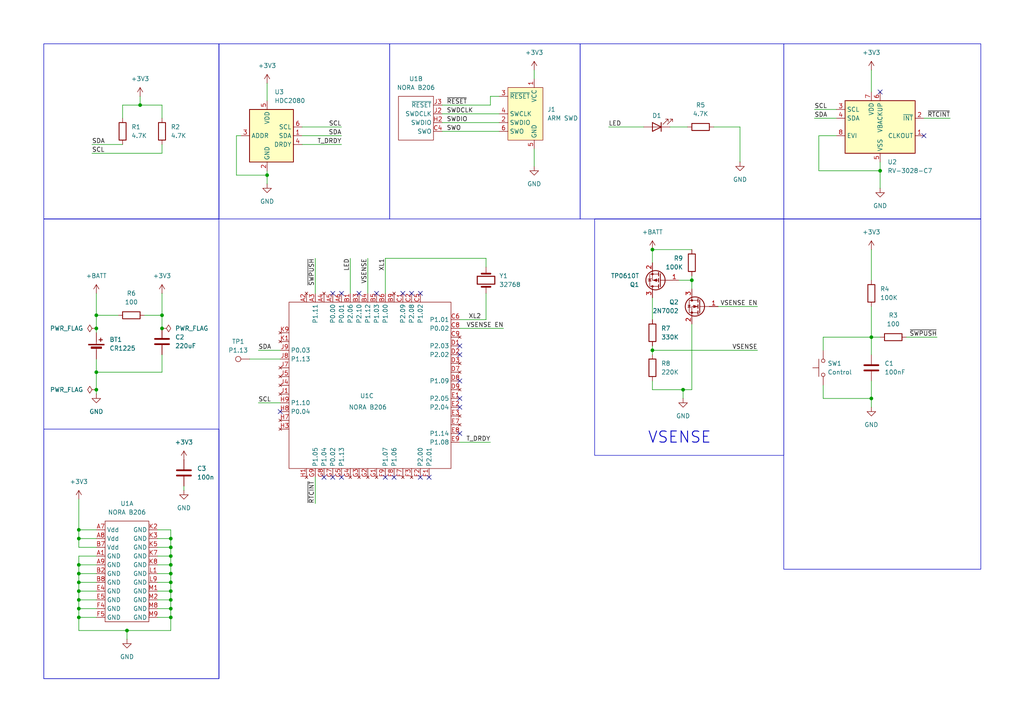
<source format=kicad_sch>
(kicad_sch (version 20250114) (generator "eeschema") (generator_version "9.0")
  (paper "A4")
  (lib_symbols
    (symbol "Connector:Conn_ARM_SWD_TagConnect_TC2030" (in_bom no)
      (property "Reference" "J" (at 2.54 11.43 0))
      (property "Value" "Conn_ARM_SWD_TagConnect_TC2030" (at 5.08 8.89 0))
      (symbol "Conn_ARM_SWD_TagConnect_TC2030_0_0"
        (pin power_in line (at -2.54 10.16 270) (length 2.54) (name "VCC") (number "1"))
        (pin power_in line (at -2.54 -10.16 90) (length 2.54) (name "GND") (number "5"))
        (pin open_collector line (at 7.62 5.08 180) (length 2.54) (name "~{RESET}") (number "3"))
        (pin output line (at 7.62 0 180) (length 2.54) (name "SWCLK") (number "4"))
        (pin bidirectional line (at 7.62 -2.54 180) (length 2.54) (name "SWDIO") (number "2"))
        (pin input line (at 7.62 -5.08 180) (length 2.54) (name "SWO") (number "6"))
      )
      (symbol "Conn_ARM_SWD_TagConnect_TC2030_0_1"
        (rectangle (start -5.08 7.62) (end 5.08 -7.62) (fill (type background)))
      )
    )
    (symbol "Connector:TestPoint" (pin_numbers (hide yes)) (pin_names (offset 0.762) (hide yes))
      (property "Reference" "TP" (at 0 6.858 0))
      (property "Value" "TestPoint" (at 0 5.08 0))
      (symbol "TestPoint_0_1"
        (circle (center 0 3.302) (radius 0.762))
      )
      (symbol "TestPoint_1_1"
        (pin passive line (at 0 0 90) (length 2.54) (name "1") (number "1"))
      )
    )
    (symbol "Device:Battery_Cell" (pin_numbers (hide yes)) (pin_names (offset 0) (hide yes))
      (property "Reference" "BT" (at 2.54 2.54 0))
      (property "Value" "Battery_Cell" (at 2.54 0 0))
      (symbol "Battery_Cell_0_1"
        (rectangle (start -2.286 1.778) (end 2.286 1.524) (fill (type outline)))
        (rectangle (start -1.524 1.016) (end 1.524 0.508) (fill (type outline)))
        (polyline (pts (xy 0 1.778) (xy 0 2.54)))
        (polyline (pts (xy 0 0.762) (xy 0 0)))
        (polyline (pts (xy 0.762 3.048) (xy 1.778 3.048)) (stroke (width 0.254)))
        (polyline (pts (xy 1.27 3.556) (xy 1.27 2.54)) (stroke (width 0.254)))
      )
      (symbol "Battery_Cell_1_1"
        (pin passive line (at 0 5.08 270) (length 2.54) (name "+") (number "1"))
        (pin passive line (at 0 -2.54 90) (length 2.54) (name "-") (number "2"))
      )
    )
    (symbol "Device:C" (pin_numbers (hide yes)) (pin_names (offset 0.254))
      (property "Reference" "C" (at 0.635 2.54 0))
      (property "Value" "C" (at 0.635 -2.54 0))
      (symbol "C_0_1"
        (polyline (pts (xy -2.032 0.762) (xy 2.032 0.762)) (stroke (width 0.508)))
        (polyline (pts (xy -2.032 -0.762) (xy 2.032 -0.762)) (stroke (width 0.508)))
      )
      (symbol "C_1_1"
        (pin passive line (at 0 3.81 270) (length 2.794) (name "~") (number "1"))
        (pin passive line (at 0 -3.81 90) (length 2.794) (name "~") (number "2"))
      )
    )
    (symbol "Device:Crystal" (pin_numbers (hide yes)) (pin_names (offset 1.016) (hide yes))
      (property "Reference" "Y" (at 0 3.81 0))
      (property "Value" "Crystal" (at 0 -3.81 0))
      (symbol "Crystal_0_1"
        (polyline (pts (xy -2.54 0) (xy -1.905 0)))
        (polyline (pts (xy -1.905 -1.27) (xy -1.905 1.27)) (stroke (width 0.508)))
        (rectangle (start -1.143 2.54) (end 1.143 -2.54) (stroke (width 0.3048)))
        (polyline (pts (xy 1.905 -1.27) (xy 1.905 1.27)) (stroke (width 0.508)))
        (polyline (pts (xy 2.54 0) (xy 1.905 0)))
      )
      (symbol "Crystal_1_1"
        (pin passive line (at -3.81 0 0) (length 1.27) (name "1") (number "1"))
        (pin passive line (at 3.81 0 180) (length 1.27) (name "2") (number "2"))
      )
    )
    (symbol "Device:LED" (pin_numbers (hide yes)) (pin_names (offset 1.016) (hide yes))
      (property "Reference" "D" (at 0 2.54 0))
      (property "Value" "LED" (at 0 -2.54 0))
      (symbol "LED_0_1"
        (polyline (pts (xy -3.048 -0.762) (xy -4.572 -2.286) (xy -3.81 -2.286) (xy -4.572 -2.286) (xy -4.572 -1.524)))
        (polyline (pts (xy -1.778 -0.762) (xy -3.302 -2.286) (xy -2.54 -2.286) (xy -3.302 -2.286) (xy -3.302 -1.524)))
        (polyline (pts (xy -1.27 0) (xy 1.27 0)))
        (polyline (pts (xy -1.27 -1.27) (xy -1.27 1.27)) (stroke (width 0.254)))
        (polyline (pts (xy 1.27 -1.27) (xy 1.27 1.27) (xy -1.27 0) (xy 1.27 -1.27)) (stroke (width 0.254)))
      )
      (symbol "LED_1_1"
        (pin passive line (at -3.81 0 0) (length 2.54) (name "K") (number "1"))
        (pin passive line (at 3.81 0 180) (length 2.54) (name "A") (number "2"))
      )
    )
    (symbol "Device:R" (pin_numbers (hide yes)) (pin_names (offset 0))
      (property "Reference" "R" (at 2.032 0 90))
      (property "Value" "R" (at 0 0 90))
      (symbol "R_0_1"
        (rectangle (start -1.016 -2.54) (end 1.016 2.54) (stroke (width 0.254)))
      )
      (symbol "R_1_1"
        (pin passive line (at 0 3.81 270) (length 1.27) (name "~") (number "1"))
        (pin passive line (at 0 -3.81 90) (length 1.27) (name "~") (number "2"))
      )
    )
    (symbol "NORA-B2x5:NORA-B2x6"
      (property "Reference" "U" (at 1.27 33.02 0))
      (symbol "NORA-B2x6_1_1"
        (rectangle (start -6.35 -2.54) (end 6.35 -31.75))
        (pin power_in line (at -8.89 -5.08 0) (length 2.54) (name "Vdd") (number "A7"))
        (pin power_in line (at -8.89 -7.62 0) (length 2.54) (name "Vdd") (number "A8"))
        (pin power_in line (at -8.89 -10.16 0) (length 2.54) (name "Vdd") (number "B7"))
        (pin power_in line (at -8.89 -12.7 0) (length 2.54) (name "GND") (number "A1"))
        (pin power_in line (at -8.89 -15.24 0) (length 2.54) (name "GND") (number "A9"))
        (pin power_in line (at -8.89 -17.78 0) (length 2.54) (name "GND") (number "B2"))
        (pin power_in line (at -8.89 -20.32 0) (length 2.54) (name "GND") (number "B8"))
        (pin power_in line (at -8.89 -22.86 0) (length 2.54) (name "GND") (number "E4"))
        (pin power_in line (at -8.89 -25.4 0) (length 2.54) (name "GND") (number "E5"))
        (pin power_in line (at -8.89 -27.94 0) (length 2.54) (name "GND") (number "F4"))
        (pin power_in line (at -8.89 -30.48 0) (length 2.54) (name "GND") (number "F5"))
        (pin power_in line (at 8.89 -5.08 180) (length 2.54) (name "GND") (number "K2"))
        (pin power_in line (at 8.89 -7.62 180) (length 2.54) (name "GND") (number "K3"))
        (pin power_in line (at 8.89 -10.16 180) (length 2.54) (name "GND") (number "K5"))
        (pin power_in line (at 8.89 -12.7 180) (length 2.54) (name "GND") (number "K7"))
        (pin power_in line (at 8.89 -15.24 180) (length 2.54) (name "GND") (number "K8"))
        (pin power_in line (at 8.89 -17.78 180) (length 2.54) (name "GND") (number "L1"))
        (pin power_in line (at 8.89 -20.32 180) (length 2.54) (name "GND") (number "L9"))
        (pin power_in line (at 8.89 -22.86 180) (length 2.54) (name "GND") (number "M1"))
        (pin power_in line (at 8.89 -25.4 180) (length 2.54) (name "GND") (number "M2"))
        (pin power_in line (at 8.89 -27.94 180) (length 2.54) (name "GND") (number "M8"))
        (pin power_in line (at 8.89 -30.48 180) (length 2.54) (name "GND") (number "M9"))
      )
      (symbol "NORA-B2x6_2_1"
        (rectangle (start -5.08 -2.54) (end 5.08 -15.24))
        (pin passive line (at 7.62 -5.08 180) (length 2.54) (name "~{RESET}") (number "J3"))
        (pin input line (at 7.62 -7.62 180) (length 2.54) (name "SWDCLK") (number "J2"))
        (pin bidirectional line (at 7.62 -10.16 180) (length 2.54) (name "SWDIO") (number "H2"))
        (pin output line (at 7.62 -12.7 180) (length 2.54) (name "SWO") (number "C4"))
      )
      (symbol "NORA-B2x6_3_1"
        (rectangle (start -22.86 24.13) (end 24.13 -24.13))
        (pin no_connect line (at -25.4 15.24 0) (length 2.54) (name "") (number "K9"))
        (pin no_connect line (at -25.4 12.7 0) (length 2.54) (name "") (number "K1"))
        (pin bidirectional line (at -25.4 10.16 0) (length 2.54) (name "P0.03") (number "J9"))
        (pin bidirectional line (at -25.4 7.62 0) (length 2.54) (name "P1.13") (number "J8"))
        (pin no_connect line (at -25.4 5.08 0) (length 2.54) (name "") (number "J7"))
        (pin no_connect line (at -25.4 2.54 0) (length 2.54) (name "") (number "J5"))
        (pin no_connect line (at -25.4 0 0) (length 2.54) (name "") (number "J4"))
        (pin no_connect line (at -25.4 -2.54 0) (length 2.54) (name "") (number "J1"))
        (pin bidirectional line (at -25.4 -5.08 0) (length 2.54) (name "P1.10") (number "H9"))
        (pin bidirectional line (at -25.4 -7.62 0) (length 2.54) (name "P0.04") (number "H8"))
        (pin no_connect line (at -25.4 -10.16 0) (length 2.54) (name "") (number "H7"))
        (pin no_connect line (at -25.4 -12.7 0) (length 2.54) (name "") (number "H3"))
        (pin no_connect line (at -17.78 26.67 270) (length 2.54) (name "") (number "A2"))
        (pin no_connect line (at -17.78 -26.67 90) (length 2.54) (name "") (number "H1"))
        (pin bidirectional line (at -15.24 26.67 270) (length 2.54) (name "P1.11") (number "A3"))
        (pin bidirectional line (at -15.24 -26.67 90) (length 2.54) (name "P1.05") (number "G9"))
        (pin no_connect line (at -12.7 26.67 270) (length 2.54) (name "") (number "A4"))
        (pin bidirectional line (at -12.7 -26.67 90) (length 2.54) (name "P1.04") (number "G8"))
        (pin bidirectional line (at -10.16 26.67 270) (length 2.54) (name "P0.00") (number "A5"))
        (pin bidirectional line (at -10.16 -26.67 90) (length 2.54) (name "P0.02") (number "G7"))
        (pin bidirectional line (at -7.62 26.67 270) (length 2.54) (name "P0.01") (number "A6"))
        (pin bidirectional line (at -7.62 -26.67 90) (length 2.54) (name "P1.13") (number "G5"))
        (pin bidirectional line (at -5.08 26.67 270) (length 2.54) (name "P2.06") (number "B1"))
        (pin no_connect line (at -5.08 -26.67 90) (length 2.54) (name "") (number "G4"))
        (pin bidirectional line (at -2.54 26.67 270) (length 2.54) (name "P2.10") (number "B3"))
        (pin no_connect line (at -2.54 -26.67 90) (length 2.54) (name "") (number "G3"))
        (pin bidirectional line (at 0 26.67 270) (length 2.54) (name "P1.12") (number "B4"))
        (pin no_connect line (at 0 -26.67 90) (length 2.54) (name "") (number "G2"))
        (pin bidirectional line (at 2.54 26.67 270) (length 2.54) (name "P1.03") (number "B5"))
        (pin no_connect line (at 2.54 -26.67 90) (length 2.54) (name "") (number "G1"))
        (pin bidirectional line (at 5.08 26.67 270) (length 2.54) (name "P1.00") (number "B6"))
        (pin bidirectional line (at 5.08 -26.67 90) (length 2.54) (name "P1.07") (number "F9"))
        (pin no_connect line (at 7.62 26.67 270) (length 2.54) (name "") (number "B9"))
        (pin bidirectional line (at 7.62 -26.67 90) (length 2.54) (name "P1.06") (number "F8"))
        (pin bidirectional line (at 10.16 26.67 270) (length 2.54) (name "P2.09") (number "C1"))
        (pin no_connect line (at 10.16 -26.67 90) (length 2.54) (name "") (number "F7"))
        (pin bidirectional line (at 12.7 26.67 270) (length 2.54) (name "P2.08") (number "C2"))
        (pin no_connect line (at 12.7 -26.67 90) (length 2.54) (name "") (number "F3"))
        (pin bidirectional line (at 15.24 26.67 270) (length 2.54) (name "P1.02") (number "C5"))
        (pin bidirectional line (at 15.24 -26.67 90) (length 2.54) (name "P2.00") (number "F2"))
        (pin bidirectional line (at 17.78 -26.67 90) (length 2.54) (name "P2.01") (number "F1"))
        (pin bidirectional line (at 26.67 19.05 180) (length 2.54) (name "P1.01") (number "C6"))
        (pin bidirectional line (at 26.67 16.51 180) (length 2.54) (name "P0.02") (number "C8"))
        (pin no_connect line (at 26.67 13.97 180) (length 2.54) (name "") (number "C9"))
        (pin bidirectional line (at 26.67 11.43 180) (length 2.54) (name "P2.03") (number "D1"))
        (pin bidirectional line (at 26.67 8.89 180) (length 2.54) (name "P2.02") (number "D2"))
        (pin no_connect line (at 26.67 6.35 180) (length 2.54) (name "") (number "D3"))
        (pin no_connect line (at 26.67 3.81 180) (length 2.54) (name "") (number "D7"))
        (pin bidirectional line (at 26.67 1.27 180) (length 2.54) (name "P1.09") (number "D8"))
        (pin no_connect line (at 26.67 -1.27 180) (length 2.54) (name "") (number "D9"))
        (pin bidirectional line (at 26.67 -3.81 180) (length 2.54) (name "P2.05") (number "E1"))
        (pin bidirectional line (at 26.67 -6.35 180) (length 2.54) (name "P2.04") (number "E2"))
        (pin no_connect line (at 26.67 -8.89 180) (length 2.54) (name "") (number "E3"))
        (pin no_connect line (at 26.67 -11.43 180) (length 2.54) (name "") (number "E7"))
        (pin bidirectional line (at 26.67 -13.97 180) (length 2.54) (name "P1.14") (number "E8"))
        (pin bidirectional line (at 26.67 -16.51 180) (length 2.54) (name "P1.08") (number "E9"))
      )
    )
    (symbol "Sensor_Humidity:HDC2080"
      (property "Reference" "U" (at -6.35 8.89 0))
      (property "Value" "HDC2080" (at 2.54 8.89 0))
      (symbol "HDC2080_0_1"
        (rectangle (start -7.62 7.62) (end 5.08 -7.62) (stroke (width 0.254)) (fill (type background)))
      )
      (symbol "HDC2080_1_1"
        (pin input line (at -10.16 0 0) (length 2.54) (name "ADDR") (number "3"))
        (pin no_connect line (at -7.62 -2.54 0) (length 2.54) (hide yes) (name "EP") (number "7"))
        (pin power_in line (at -2.54 10.16 270) (length 2.54) (name "VDD") (number "5"))
        (pin power_in line (at -2.54 -10.16 90) (length 2.54) (name "GND") (number "2"))
        (pin input line (at 7.62 2.54 180) (length 2.54) (name "SCL") (number "6"))
        (pin bidirectional line (at 7.62 0 180) (length 2.54) (name "SDA") (number "1"))
        (pin output line (at 7.62 -2.54 180) (length 2.54) (name "DRDY") (number "4"))
      )
    )
    (symbol "Switch:SW_Push" (pin_numbers (hide yes)) (pin_names (offset 1.016) (hide yes))
      (property "Reference" "SW" (at 1.27 2.54 0))
      (property "Value" "SW_Push" (at 0 -1.524 0))
      (symbol "SW_Push_0_1"
        (circle (center -2.032 0) (radius 0.508))
        (polyline (pts (xy 0 1.27) (xy 0 3.048)))
        (circle (center 2.032 0) (radius 0.508))
        (polyline (pts (xy 2.54 1.27) (xy -2.54 1.27)))
        (pin passive line (at -5.08 0 0) (length 2.54) (name "1") (number "1"))
        (pin passive line (at 5.08 0 180) (length 2.54) (name "2") (number "2"))
      )
    )
    (symbol "Timer_RTC:RV-3028-C7"
      (property "Reference" "U" (at -8.89 8.89 0))
      (property "Value" "RV-3028-C7" (at 7.62 8.89 0))
      (symbol "RV-3028-C7_0_1"
        (rectangle (start -10.16 7.62) (end 10.16 -7.62) (stroke (width 0.254)) (fill (type background)))
      )
      (symbol "RV-3028-C7_1_1"
        (pin input line (at -12.7 5.08 0) (length 2.54) (name "SCL") (number "3"))
        (pin bidirectional line (at -12.7 2.54 0) (length 2.54) (name "SDA") (number "4"))
        (pin input line (at -12.7 -2.54 0) (length 2.54) (name "EVI") (number "8"))
        (pin power_in line (at -2.54 10.16 270) (length 2.54) (name "VDD") (number "7"))
        (pin power_in line (at 0 10.16 270) (length 2.54) (name "VBACKUP") (number "6"))
        (pin power_in line (at 0 -10.16 90) (length 2.54) (name "VSS") (number "5"))
        (pin open_collector line (at 12.7 2.54 180) (length 2.54) (name "~{INT}") (number "2"))
        (pin output line (at 12.7 -2.54 180) (length 2.54) (name "CLKOUT") (number "1"))
      )
    )
    (symbol "Transistor_FET:2N7002" (pin_names (offset 0) (hide yes))
      (property "Reference" "Q" (at 5.08 1.905 0))
      (property "Value" "2N7002" (at 5.08 0 0))
      (symbol "2N7002_0_1"
        (polyline (pts (xy 0.254 1.905) (xy 0.254 -1.905)) (stroke (width 0.254)))
        (polyline (pts (xy 0.254 0) (xy -2.54 0)))
        (polyline (pts (xy 0.762 2.286) (xy 0.762 1.27)) (stroke (width 0.254)))
        (polyline (pts (xy 0.762 0.508) (xy 0.762 -0.508)) (stroke (width 0.254)))
        (polyline (pts (xy 0.762 -1.27) (xy 0.762 -2.286)) (stroke (width 0.254)))
        (polyline (pts (xy 0.762 -1.778) (xy 3.302 -1.778) (xy 3.302 1.778) (xy 0.762 1.778)))
        (polyline (pts (xy 1.016 0) (xy 2.032 0.381) (xy 2.032 -0.381) (xy 1.016 0)) (fill (type outline)))
        (circle (center 1.651 0) (radius 2.794) (stroke (width 0.254)))
        (polyline (pts (xy 2.54 2.54) (xy 2.54 1.778)))
        (circle (center 2.54 1.778) (radius 0.254) (fill (type outline)))
        (circle (center 2.54 -1.778) (radius 0.254) (fill (type outline)))
        (polyline (pts (xy 2.54 -2.54) (xy 2.54 0) (xy 0.762 0)))
        (polyline (pts (xy 2.921 0.381) (xy 3.683 0.381)))
        (polyline (pts (xy 3.302 0.381) (xy 2.921 -0.254) (xy 3.683 -0.254) (xy 3.302 0.381)))
      )
      (symbol "2N7002_1_1"
        (pin input line (at -5.08 0 0) (length 2.54) (name "G") (number "1"))
        (pin passive line (at 2.54 5.08 270) (length 2.54) (name "D") (number "3"))
        (pin passive line (at 2.54 -5.08 90) (length 2.54) (name "S") (number "2"))
      )
    )
    (symbol "Transistor_FET:TP0610T" (pin_names (hide yes))
      (property "Reference" "Q" (at 5.08 1.905 0))
      (property "Value" "TP0610T" (at 5.08 0 0))
      (symbol "TP0610T_0_1"
        (polyline (pts (xy 0.254 1.905) (xy 0.254 -1.905)) (stroke (width 0.254)))
        (polyline (pts (xy 0.254 0) (xy -2.54 0)))
        (polyline (pts (xy 0.762 2.286) (xy 0.762 1.27)) (stroke (width 0.254)))
        (polyline (pts (xy 0.762 1.778) (xy 3.302 1.778) (xy 3.302 -1.778) (xy 0.762 -1.778)))
        (polyline (pts (xy 0.762 0.508) (xy 0.762 -0.508)) (stroke (width 0.254)))
        (polyline (pts (xy 0.762 -1.27) (xy 0.762 -2.286)) (stroke (width 0.254)))
        (circle (center 1.651 0) (radius 2.794) (stroke (width 0.254)))
        (polyline (pts (xy 2.286 0) (xy 1.27 0.381) (xy 1.27 -0.381) (xy 2.286 0)) (fill (type outline)))
        (polyline (pts (xy 2.54 2.54) (xy 2.54 1.778)))
        (circle (center 2.54 1.778) (radius 0.254) (fill (type outline)))
        (circle (center 2.54 -1.778) (radius 0.254) (fill (type outline)))
        (polyline (pts (xy 2.54 -2.54) (xy 2.54 0) (xy 0.762 0)))
        (polyline (pts (xy 2.794 -0.508) (xy 2.921 -0.381) (xy 3.683 -0.381) (xy 3.81 -0.254)))
        (polyline (pts (xy 3.302 -0.381) (xy 2.921 0.254) (xy 3.683 0.254) (xy 3.302 -0.381)))
      )
      (symbol "TP0610T_1_1"
        (pin input line (at -5.08 0 0) (length 2.54) (name "G") (number "1"))
        (pin passive line (at 2.54 5.08 270) (length 2.54) (name "D") (number "3"))
        (pin passive line (at 2.54 -5.08 90) (length 2.54) (name "S") (number "2"))
      )
    )
    (symbol "power:+3V3" (power) (pin_numbers (hide yes)) (pin_names (offset 0) (hide yes))
      (property "Value" "+3V3" (at 0 3.556 0))
      (symbol "+3V3_0_1"
        (polyline (pts (xy -0.762 1.27) (xy 0 2.54)))
        (polyline (pts (xy 0 2.54) (xy 0.762 1.27)))
        (polyline (pts (xy 0 0) (xy 0 2.54)))
      )
      (symbol "+3V3_1_1"
        (pin power_in line (at 0 0 90) (length 0) (name "~") (number "1"))
      )
    )
    (symbol "power:+BATT" (power) (pin_numbers (hide yes)) (pin_names (offset 0) (hide yes))
      (property "Value" "+BATT" (at 0 3.556 0))
      (symbol "+BATT_0_1"
        (polyline (pts (xy -0.762 1.27) (xy 0 2.54)))
        (polyline (pts (xy 0 2.54) (xy 0.762 1.27)))
        (polyline (pts (xy 0 0) (xy 0 2.54)))
      )
      (symbol "+BATT_1_1"
        (pin power_in line (at 0 0 90) (length 0) (name "~") (number "1"))
      )
    )
    (symbol "power:GND" (power) (pin_numbers (hide yes)) (pin_names (offset 0) (hide yes))
      (property "Value" "GND" (at 0 -3.81 0))
      (symbol "GND_0_1"
        (polyline (pts (xy 0 0) (xy 0 -1.27) (xy 1.27 -1.27) (xy 0 -2.54) (xy -1.27 -1.27) (xy 0 -1.27)))
      )
      (symbol "GND_1_1"
        (pin power_in line (at 0 0 270) (length 0) (name "~") (number "1"))
      )
    )
    (symbol "power:PWR_FLAG" (power) (pin_numbers (hide yes)) (pin_names (offset 0) (hide yes))
      (property "Value" "PWR_FLAG" (at 0 3.81 0))
      (symbol "PWR_FLAG_0_0"
        (pin power_out line (at 0 0 90) (length 0) (name "~") (number "1"))
      )
      (symbol "PWR_FLAG_0_1"
        (polyline (pts (xy 0 0) (xy 0 1.27) (xy -1.016 1.905) (xy 0 2.54) (xy 1.016 1.905) (xy 0 1.27)))
      )
    )
  )
  (rectangle (start 168.275 12.7) (end 227.33 63.5))
  (rectangle (start 227.33 12.7) (end 284.48 63.5))
  (rectangle (start 172.466 63.5) (end 227.33 132.08))
  (rectangle (start 63.5 12.7) (end 113.03 63.5))
  (rectangle (start 12.7 124.46) (end 63.5 196.85))
  (rectangle (start 227.33 63.5) (end 284.48 165.1))
  (rectangle (start 12.7 12.7) (end 63.5 63.5))
  (rectangle (start 12.7 63.5) (end 63.5 196.85))
  (rectangle (start 113.03 12.7) (end 168.275 63.5))
  (text "VSENSE" (at 197.104 127 0) (effects (font (size 3.2512 3.2512) (thickness 0.254) (bold yes))))
  (junction (at 49.53 161.29))
  (junction (at 22.86 168.91))
  (junction (at 22.86 156.21))
  (junction (at 40.64 30.48))
  (junction (at 22.86 179.07))
  (junction (at 49.53 173.99))
  (junction (at 49.53 163.83))
  (junction (at 49.53 179.07))
  (junction (at 27.94 91.44))
  (junction (at 22.86 176.53))
  (junction (at 198.12 113.03))
  (junction (at 46.99 95.25))
  (junction (at 22.86 153.67))
  (junction (at 49.53 166.37))
  (junction (at 49.53 168.91))
  (junction (at 36.83 182.88))
  (junction (at 77.47 50.8))
  (junction (at 189.23 101.6))
  (junction (at 22.86 171.45))
  (junction (at 22.86 163.83))
  (junction (at 27.94 113.03))
  (junction (at 200.66 81.28))
  (junction (at 189.23 72.39))
  (junction (at 252.73 115.57))
  (junction (at 252.73 97.79))
  (junction (at 255.27 49.53))
  (junction (at 27.94 95.25))
  (junction (at 27.94 107.95))
  (junction (at 49.53 171.45))
  (junction (at 49.53 176.53))
  (junction (at 49.53 156.21))
  (junction (at 49.53 158.75))
  (junction (at 22.86 166.37))
  (junction (at 22.86 173.99))
  (junction (at 46.99 91.44))
  (no_connect (at 121.92 85.09))
  (no_connect (at 96.52 138.43))
  (no_connect (at 109.22 85.09))
  (no_connect (at 133.35 100.33))
  (no_connect (at 96.52 85.09))
  (no_connect (at 267.97 39.37))
  (no_connect (at 133.35 115.57))
  (no_connect (at 104.14 85.09))
  (no_connect (at 111.76 138.43))
  (no_connect (at 119.38 85.09))
  (no_connect (at 99.06 138.43))
  (no_connect (at 121.92 138.43))
  (no_connect (at 133.35 125.73))
  (no_connect (at 114.3 138.43))
  (no_connect (at 133.35 102.87))
  (no_connect (at 133.35 118.11))
  (no_connect (at 255.27 26.67))
  (no_connect (at 124.46 138.43))
  (no_connect (at 99.06 85.09))
  (no_connect (at 116.84 85.09))
  (no_connect (at 133.35 110.49))
  (no_connect (at 93.98 138.43))
  (no_connect (at 81.28 119.38))
  (wire (pts (xy 208.28 88.9) (xy 219.71 88.9)))
  (wire (pts (xy 128.27 38.1) (xy 144.78 38.1)))
  (wire (pts (xy 128.27 35.56) (xy 144.78 35.56)))
  (wire (pts (xy 74.93 101.6) (xy 81.28 101.6)))
  (wire (pts (xy 49.53 166.37) (xy 49.53 168.91)))
  (wire (pts (xy 22.86 171.45) (xy 27.94 171.45)))
  (wire (pts (xy 22.86 173.99) (xy 22.86 176.53)))
  (wire (pts (xy 22.86 173.99) (xy 27.94 173.99)))
  (wire (pts (xy 45.72 176.53) (xy 49.53 176.53)))
  (wire (pts (xy 77.47 24.13) (xy 77.47 29.21)))
  (wire (pts (xy 252.73 97.79) (xy 252.73 102.87)))
  (wire (pts (xy 252.73 97.79) (xy 255.27 97.79)))
  (wire (pts (xy 238.76 111.76) (xy 238.76 115.57)))
  (wire (pts (xy 36.83 182.88) (xy 22.86 182.88)))
  (wire (pts (xy 267.97 34.29) (xy 275.59 34.29)))
  (wire (pts (xy 40.64 30.48) (xy 40.64 27.94)))
  (wire (pts (xy 68.58 50.8) (xy 77.47 50.8)))
  (wire (pts (xy 22.86 179.07) (xy 22.86 176.53)))
  (wire (pts (xy 22.86 156.21) (xy 22.86 158.75)))
  (wire (pts (xy 46.99 85.09) (xy 46.99 91.44)))
  (wire (pts (xy 133.35 128.27) (xy 142.24 128.27)))
  (wire (pts (xy 255.27 46.99) (xy 255.27 49.53)))
  (wire (pts (xy 27.94 95.25) (xy 27.94 96.52)))
  (wire (pts (xy 189.23 110.49) (xy 189.23 113.03)))
  (wire (pts (xy 27.94 107.95) (xy 46.99 107.95)))
  (wire (pts (xy 22.86 166.37) (xy 22.86 168.91)))
  (wire (pts (xy 154.94 43.18) (xy 154.94 48.26)))
  (wire (pts (xy 22.86 171.45) (xy 22.86 173.99)))
  (wire (pts (xy 49.53 173.99) (xy 49.53 176.53)))
  (wire (pts (xy 45.72 158.75) (xy 49.53 158.75)))
  (wire (pts (xy 22.86 163.83) (xy 27.94 163.83)))
  (wire (pts (xy 27.94 107.95) (xy 27.94 113.03)))
  (wire (pts (xy 49.53 153.67) (xy 49.53 156.21)))
  (wire (pts (xy 74.93 116.84) (xy 81.28 116.84)))
  (wire (pts (xy 72.39 104.14) (xy 81.28 104.14)))
  (wire (pts (xy 238.76 97.79) (xy 252.73 97.79)))
  (wire (pts (xy 140.97 74.93) (xy 140.97 77.47)))
  (wire (pts (xy 27.94 85.09) (xy 27.94 91.44)))
  (wire (pts (xy 46.99 34.29) (xy 46.99 30.48)))
  (wire (pts (xy 36.83 182.88) (xy 49.53 182.88)))
  (wire (pts (xy 238.76 115.57) (xy 252.73 115.57)))
  (wire (pts (xy 45.72 153.67) (xy 49.53 153.67)))
  (wire (pts (xy 22.86 179.07) (xy 27.94 179.07)))
  (wire (pts (xy 77.47 50.8) (xy 77.47 53.34)))
  (wire (pts (xy 45.72 166.37) (xy 49.53 166.37)))
  (wire (pts (xy 194.31 36.83) (xy 199.39 36.83)))
  (wire (pts (xy 27.94 156.21) (xy 22.86 156.21)))
  (wire (pts (xy 101.6 74.93) (xy 101.6 85.09)))
  (wire (pts (xy 87.63 41.91) (xy 99.06 41.91)))
  (wire (pts (xy 22.86 168.91) (xy 22.86 171.45)))
  (wire (pts (xy 189.23 113.03) (xy 198.12 113.03)))
  (wire (pts (xy 45.72 173.99) (xy 49.53 173.99)))
  (wire (pts (xy 27.94 153.67) (xy 22.86 153.67)))
  (wire (pts (xy 46.99 102.87) (xy 46.99 107.95)))
  (wire (pts (xy 22.86 166.37) (xy 27.94 166.37)))
  (wire (pts (xy 252.73 20.32) (xy 252.73 26.67)))
  (wire (pts (xy 26.67 44.45) (xy 46.99 44.45)))
  (wire (pts (xy 77.47 49.53) (xy 77.47 50.8)))
  (wire (pts (xy 49.53 168.91) (xy 49.53 171.45)))
  (wire (pts (xy 26.67 41.91) (xy 35.56 41.91)))
  (wire (pts (xy 133.35 95.25) (xy 146.05 95.25)))
  (wire (pts (xy 236.22 34.29) (xy 242.57 34.29)))
  (wire (pts (xy 189.23 101.6) (xy 189.23 102.87)))
  (wire (pts (xy 200.66 93.98) (xy 200.66 113.03)))
  (wire (pts (xy 242.57 39.37) (xy 237.49 39.37)))
  (wire (pts (xy 106.68 74.93) (xy 106.68 85.09)))
  (wire (pts (xy 200.66 80.01) (xy 200.66 81.28)))
  (wire (pts (xy 49.53 163.83) (xy 49.53 166.37)))
  (wire (pts (xy 176.53 36.83) (xy 186.69 36.83)))
  (wire (pts (xy 189.23 72.39) (xy 200.66 72.39)))
  (wire (pts (xy 237.49 49.53) (xy 255.27 49.53)))
  (wire (pts (xy 262.89 97.79) (xy 271.78 97.79)))
  (wire (pts (xy 128.27 33.02) (xy 144.78 33.02)))
  (wire (pts (xy 35.56 30.48) (xy 40.64 30.48)))
  (wire (pts (xy 252.73 115.57) (xy 252.73 118.11)))
  (wire (pts (xy 196.85 81.28) (xy 200.66 81.28)))
  (wire (pts (xy 22.86 158.75) (xy 27.94 158.75)))
  (wire (pts (xy 49.53 156.21) (xy 49.53 158.75)))
  (wire (pts (xy 46.99 91.44) (xy 46.99 95.25)))
  (wire (pts (xy 91.44 74.93) (xy 91.44 85.09)))
  (wire (pts (xy 45.72 161.29) (xy 49.53 161.29)))
  (wire (pts (xy 22.86 161.29) (xy 22.86 163.83)))
  (wire (pts (xy 198.12 113.03) (xy 198.12 115.57)))
  (wire (pts (xy 214.63 36.83) (xy 214.63 46.99)))
  (wire (pts (xy 53.34 140.97) (xy 53.34 142.24)))
  (wire (pts (xy 236.22 31.75) (xy 242.57 31.75)))
  (wire (pts (xy 45.72 168.91) (xy 49.53 168.91)))
  (wire (pts (xy 140.97 85.09) (xy 140.97 92.71)))
  (wire (pts (xy 22.86 163.83) (xy 22.86 166.37)))
  (wire (pts (xy 45.72 171.45) (xy 49.53 171.45)))
  (wire (pts (xy 22.86 153.67) (xy 22.86 156.21)))
  (wire (pts (xy 49.53 161.29) (xy 49.53 163.83)))
  (wire (pts (xy 111.76 74.93) (xy 140.97 74.93)))
  (wire (pts (xy 200.66 81.28) (xy 200.66 83.82)))
  (wire (pts (xy 128.27 30.48) (xy 142.24 30.48)))
  (wire (pts (xy 22.86 168.91) (xy 27.94 168.91)))
  (wire (pts (xy 69.85 39.37) (xy 68.58 39.37)))
  (wire (pts (xy 49.53 179.07) (xy 49.53 182.88)))
  (wire (pts (xy 49.53 176.53) (xy 49.53 179.07)))
  (wire (pts (xy 27.94 104.14) (xy 27.94 107.95)))
  (wire (pts (xy 22.86 182.88) (xy 22.86 179.07)))
  (wire (pts (xy 111.76 74.93) (xy 111.76 85.09)))
  (wire (pts (xy 189.23 86.36) (xy 189.23 92.71)))
  (wire (pts (xy 207.01 36.83) (xy 214.63 36.83)))
  (wire (pts (xy 189.23 101.6) (xy 219.71 101.6)))
  (wire (pts (xy 45.72 163.83) (xy 49.53 163.83)))
  (wire (pts (xy 22.86 144.78) (xy 22.86 153.67)))
  (wire (pts (xy 45.72 156.21) (xy 49.53 156.21)))
  (wire (pts (xy 35.56 34.29) (xy 35.56 30.48)))
  (wire (pts (xy 252.73 72.39) (xy 252.73 81.28)))
  (wire (pts (xy 140.97 92.71) (xy 133.35 92.71)))
  (wire (pts (xy 27.94 91.44) (xy 27.94 95.25)))
  (wire (pts (xy 91.44 138.43) (xy 91.44 146.05)))
  (wire (pts (xy 189.23 72.39) (xy 189.23 76.2)))
  (wire (pts (xy 41.91 91.44) (xy 46.99 91.44)))
  (wire (pts (xy 40.64 30.48) (xy 46.99 30.48)))
  (wire (pts (xy 238.76 101.6) (xy 238.76 97.79)))
  (wire (pts (xy 87.63 36.83) (xy 99.06 36.83)))
  (wire (pts (xy 142.24 30.48) (xy 142.24 27.94)))
  (wire (pts (xy 252.73 88.9) (xy 252.73 97.79)))
  (wire (pts (xy 200.66 113.03) (xy 198.12 113.03)))
  (wire (pts (xy 87.63 39.37) (xy 99.06 39.37)))
  (wire (pts (xy 255.27 49.53) (xy 255.27 54.61)))
  (wire (pts (xy 252.73 110.49) (xy 252.73 115.57)))
  (wire (pts (xy 237.49 39.37) (xy 237.49 49.53)))
  (wire (pts (xy 49.53 171.45) (xy 49.53 173.99)))
  (wire (pts (xy 36.83 185.42) (xy 36.83 182.88)))
  (wire (pts (xy 22.86 176.53) (xy 27.94 176.53)))
  (wire (pts (xy 27.94 113.03) (xy 27.94 114.3)))
  (wire (pts (xy 22.86 161.29) (xy 27.94 161.29)))
  (wire (pts (xy 49.53 158.75) (xy 49.53 161.29)))
  (wire (pts (xy 46.99 44.45) (xy 46.99 41.91)))
  (wire (pts (xy 189.23 100.33) (xy 189.23 101.6)))
  (wire (pts (xy 142.24 27.94) (xy 144.78 27.94)))
  (wire (pts (xy 68.58 39.37) (xy 68.58 50.8)))
  (wire (pts (xy 45.72 179.07) (xy 49.53 179.07)))
  (wire (pts (xy 27.94 91.44) (xy 34.29 91.44)))
  (wire (pts (xy 154.94 20.32) (xy 154.94 22.86)))
  (label "LED" (at 101.6 74.93 270))
  (label "SWO" (at 129.54 38.1 0))
  (label "VSENSE" (at 106.68 74.93 270))
  (label "SDA" (at 236.22 34.29 0))
  (label "XL1" (at 111.76 74.93 270))
  (label "SWDIO" (at 129.54 35.56 0))
  (label "T_DRDY" (at 142.24 128.27 180))
  (label "SCL" (at 99.06 36.83 180))
  (label "~{RESET}" (at 129.54 30.48 0))
  (label "~{RTCINT}" (at 91.44 146.05 90))
  (label "SCL" (at 26.67 44.45 0))
  (label "SCL" (at 236.22 31.75 0))
  (label "~{SWPUSH}" (at 271.78 97.79 180))
  (label "VSENSE EN" (at 219.71 88.9 180))
  (label "XL2" (at 135.89 92.71 0))
  (label "~{SWPUSH}" (at 91.44 74.93 270))
  (label "LED" (at 176.53 36.83 0))
  (label "~{RTCINT}" (at 275.59 34.29 180))
  (label "SDA" (at 26.67 41.91 0))
  (label "SDA" (at 99.06 39.37 180))
  (label "SDA" (at 74.93 101.6 0))
  (label "VSENSE EN" (at 146.05 95.25 180))
  (label "VSENSE" (at 219.71 101.6 180))
  (label "SWDCLK" (at 129.54 33.02 0))
  (label "SCL" (at 74.93 116.84 0))
  (label "T_DRDY" (at 99.06 41.91 180))
  (symbol (lib_id "power:+3V3") (at 46.99 85.09 0) (unit 1)
    (property "Reference" "#PWR07" (effects (hide yes)))
    (property "Value" "+3V3" (at 46.99 80.01 0))
    (property "Description" "Power symbol creates a global label with name \"+3V3\"" (effects (hide yes)))
  )
  (symbol (lib_id "power:PWR_FLAG") (at 46.99 95.25 270) (unit 1)
    (property "Reference" "#FLG03" (effects (hide yes)))
    (property "Value" "PWR_FLAG" (at 50.8 95.2499 90) (effects (justify left)))
    (property "Description" "Special symbol for telling ERC where power comes from" (effects (hide yes)))
  )
  (symbol (lib_id "Device:R") (at 46.99 38.1 0) (unit 1)
    (property "Reference" "R2" (at 49.53 36.8299 0) (effects (justify left)))
    (property "Value" "4.7K" (at 49.53 39.3699 0) (effects (justify left)))
    (property "Footprint" "Resistor_SMD:R_0805_2012Metric" (effects (hide yes)))
    (property "Description" "Resistor" (effects (hide yes)))
  )
  (symbol (lib_id "power:+BATT") (at 27.94 85.09 0) (unit 1)
    (property "Reference" "#PWR019" (effects (hide yes)))
    (property "Value" "+BATT" (at 27.94 80.01 0))
    (property "Description" "Power symbol creates a global label with name \"+BATT\"" (effects (hide yes)))
  )
  (symbol (lib_id "Device:C") (at 53.34 137.16 0) (unit 1)
    (property "Reference" "C3" (at 57.15 135.8899 0) (effects (justify left)))
    (property "Value" "100n" (at 57.15 138.4299 0) (effects (justify left)))
    (property "Footprint" "Capacitor_SMD:C_0805_2012Metric" (effects (hide yes)))
    (property "Description" "Unpolarized capacitor" (effects (hide yes)))
  )
  (symbol (lib_id "power:GND") (at 27.94 114.3 0) (unit 1)
    (property "Reference" "#PWR08" (effects (hide yes)))
    (property "Value" "GND" (at 27.94 119.38 0))
    (property "Description" "Power symbol creates a global label with name \"GND\" , ground" (effects (hide yes)))
  )
  (symbol (lib_id "power:GND") (at 198.12 115.57 0) (unit 1)
    (property "Reference" "#PWR018" (effects (hide yes)))
    (property "Value" "GND" (at 198.12 120.65 0))
    (property "Description" "Power symbol creates a global label with name \"GND\" , ground" (effects (hide yes)))
  )
  (symbol (lib_id "power:+3V3") (at 252.73 72.39 0) (unit 1)
    (property "Reference" "#PWR013" (effects (hide yes)))
    (property "Value" "+3V3" (at 252.73 67.31 0))
    (property "Description" "Power symbol creates a global label with name \"+3V3\"" (effects (hide yes)))
  )
  (symbol (lib_id "Timer_RTC:RV-3028-C7") (at 255.27 36.83 0) (unit 1)
    (property "Reference" "U2" (at 257.4133 46.99 0) (effects (justify left)))
    (property "Value" "RV-3028-C7" (at 257.4133 49.53 0) (effects (justify left)))
    (property "Footprint" "Package_SON:MicroCrystal_C7_SON-8_1.5x3.2mm_P0.9mm" (effects (hide yes)))
    (property "Datasheet" "https://www.microcrystal.com/fileadmin/Media/Products/RTC/Datasheet/RV-3028-C7.pdf" (effects (hide yes)))
    (property "Description" "Realtime Clock/Calendar I2C Interface, Extreme Low Power, 1.1 V to 5.5 V, MicroCrystal C7" (effects (hide yes)))
  )
  (symbol (lib_id "power:PWR_FLAG") (at 27.94 95.25 90) (unit 1)
    (property "Reference" "#FLG01" (effects (hide yes)))
    (property "Value" "PWR_FLAG" (at 24.13 95.2499 90) (effects (justify left)))
    (property "Description" "Special symbol for telling ERC where power comes from" (effects (hide yes)))
  )
  (symbol (lib_id "power:GND") (at 255.27 54.61 0) (unit 1)
    (property "Reference" "#PWR010" (effects (hide yes)))
    (property "Value" "GND" (at 255.27 59.69 0))
    (property "Description" "Power symbol creates a global label with name \"GND\" , ground" (effects (hide yes)))
  )
  (symbol (lib_id "Device:R") (at 38.1 91.44 90) (unit 1)
    (property "Reference" "R6" (at 38.1 85.09 90))
    (property "Value" "100" (at 38.1 87.63 90))
    (property "Footprint" "Resistor_SMD:R_0805_2012Metric" (effects (hide yes)))
    (property "Description" "Resistor" (effects (hide yes)))
  )
  (symbol (lib_id "Device:R") (at 189.23 106.68 0) (unit 1)
    (property "Reference" "R8" (at 191.77 105.4099 0) (effects (justify left)))
    (property "Value" "220K" (at 191.77 107.9499 0) (effects (justify left)))
    (property "Footprint" "Resistor_SMD:R_0805_2012Metric" (effects (hide yes)))
    (property "Description" "Resistor" (effects (hide yes)))
  )
  (symbol (lib_id "power:+BATT") (at 189.23 72.39 0) (unit 1)
    (property "Reference" "#PWR017" (effects (hide yes)))
    (property "Value" "+BATT" (at 189.23 67.31 0))
    (property "Description" "Power symbol creates a global label with name \"+BATT\"" (effects (hide yes)))
  )
  (symbol (lib_id "Device:R") (at 189.23 96.52 0) (unit 1)
    (property "Reference" "R7" (at 191.77 95.2499 0) (effects (justify left)))
    (property "Value" "330K" (at 191.77 97.7899 0) (effects (justify left)))
    (property "Footprint" "Resistor_SMD:R_0805_2012Metric" (effects (hide yes)))
    (property "Description" "Resistor" (effects (hide yes)))
  )
  (symbol (lib_id "Connector:TestPoint") (at 72.39 104.14 90) (unit 1)
    (property "Reference" "TP1" (at 69.088 99.06 90))
    (property "Value" "P1.13" (at 69.088 101.6 90))
    (property "Footprint" "TestPoint:TestPoint_Pad_1.5x1.5mm" (effects (hide yes)))
    (property "Description" "test point" (effects (hide yes)))
  )
  (symbol (lib_id "power:+3V3") (at 77.47 24.13 0) (unit 1)
    (property "Reference" "#PWR06" (effects (hide yes)))
    (property "Value" "+3V3" (at 77.47 19.05 0))
    (property "Description" "Power symbol creates a global label with name \"+3V3\"" (effects (hide yes)))
  )
  (symbol (lib_id "power:GND") (at 154.94 48.26 0) (unit 1)
    (property "Reference" "#PWR09" (effects (hide yes)))
    (property "Value" "GND" (at 154.94 53.34 0))
    (property "Description" "Power symbol creates a global label with name \"GND\" , ground" (effects (hide yes)))
  )
  (symbol (lib_id "Device:R") (at 200.66 76.2 0) (mirror y) (unit 1)
    (property "Reference" "R9" (at 198.12 74.9299 0) (effects (justify left)))
    (property "Value" "100K" (at 198.12 77.4699 0) (effects (justify left)))
    (property "Footprint" "Resistor_SMD:R_0805_2012Metric" (effects (hide yes)))
    (property "Description" "Resistor" (effects (hide yes)))
  )
  (symbol (lib_id "power:GND") (at 252.73 118.11 0) (unit 1)
    (property "Reference" "#PWR014" (effects (hide yes)))
    (property "Value" "GND" (at 252.73 123.19 0))
    (property "Description" "Power symbol creates a global label with name \"GND\" , ground" (effects (hide yes)))
  )
  (symbol (lib_id "power:GND") (at 53.34 142.24 0) (unit 1)
    (property "Reference" "#PWR016" (effects (hide yes)))
    (property "Value" "GND" (at 53.34 147.32 0))
    (property "Description" "Power symbol creates a global label with name \"GND\" , ground" (effects (hide yes)))
  )
  (symbol (lib_id "Device:R") (at 259.08 97.79 90) (unit 1)
    (property "Reference" "R3" (at 259.08 91.44 90))
    (property "Value" "100" (at 259.08 93.98 90))
    (property "Footprint" "Resistor_SMD:R_0805_2012Metric" (effects (hide yes)))
    (property "Description" "Resistor" (effects (hide yes)))
  )
  (symbol (lib_id "power:+3V3") (at 154.94 20.32 0) (unit 1)
    (property "Reference" "#PWR04" (effects (hide yes)))
    (property "Value" "+3V3" (at 154.94 15.24 0))
    (property "Description" "Power symbol creates a global label with name \"+3V3\"" (effects (hide yes)))
  )
  (symbol (lib_id "power:+3V3") (at 53.34 133.35 0) (unit 1)
    (property "Reference" "#PWR015" (effects (hide yes)))
    (property "Value" "+3V3" (at 53.34 128.27 0))
    (property "Description" "Power symbol creates a global label with name \"+3V3\"" (effects (hide yes)))
  )
  (symbol (lib_id "NORA-B2x5:NORA-B2x6") (at 36.83 148.59 0) (unit 1)
    (property "Reference" "U1" (at 36.83 146.05 0))
    (property "Value" "NORA B206" (at 36.83 148.59 0))
    (property "Footprint" "footprints:NORA-B2x6" (effects (hide yes)))
  )
  (symbol (lib_id "Connector:Conn_ARM_SWD_TagConnect_TC2030") (at 152.4 33.02 0) (mirror y) (unit 1) (in_bom no)
    (property "Reference" "J1" (at 158.75 31.7499 0) (effects (justify right)))
    (property "Value" "ARM SWD" (at 158.75 34.2899 0) (effects (justify right)))
    (property "Footprint" "Connector:Tag-Connect_TC2030-IDC-NL_2x03_P1.27mm_Vertical" (effects (hide yes)))
    (property "Datasheet" "https://www.tag-connect.com/wp-content/uploads/bsk-pdf-manager/TC2030-CTX_1.pdf" (effects (hide yes)))
    (property "Description" "Tag-Connect ARM Cortex SWD JTAG connector, 6 pin" (effects (hide yes)))
  )
  (symbol (lib_id "power:GND") (at 77.47 53.34 0) (unit 1)
    (property "Reference" "#PWR05" (effects (hide yes)))
    (property "Value" "GND" (at 77.47 58.42 0))
    (property "Description" "Power symbol creates a global label with name \"GND\" , ground" (effects (hide yes)))
  )
  (symbol (lib_id "power:PWR_FLAG") (at 27.94 113.03 90) (unit 1)
    (property "Reference" "#FLG02" (effects (hide yes)))
    (property "Value" "PWR_FLAG" (at 24.13 113.0299 90) (effects (justify left)))
    (property "Description" "Special symbol for telling ERC where power comes from" (effects (hide yes)))
  )
  (symbol (lib_id "NORA-B2x5:NORA-B2x6") (at 120.65 25.4 0) (unit 2)
    (property "Reference" "U1" (at 120.65 22.86 0))
    (property "Value" "NORA B206" (at 120.65 25.4 0))
    (property "Footprint" "footprints:NORA-B2x6" (effects (hide yes)))
  )
  (symbol (lib_id "power:GND") (at 36.83 185.42 0) (unit 1)
    (property "Reference" "#PWR02" (effects (hide yes)))
    (property "Value" "GND" (at 36.83 190.5 0))
    (property "Description" "Power symbol creates a global label with name \"GND\" , ground" (effects (hide yes)))
  )
  (symbol (lib_id "Device:Battery_Cell") (at 27.94 101.6 0) (unit 1)
    (property "Reference" "BT1" (at 31.75 98.4884 0) (effects (justify left)))
    (property "Value" "CR1225" (at 31.75 101.0284 0) (effects (justify left)))
    (property "Footprint" "footprints:Keystone 110 and 112 for CR20xx" (effects (hide yes)))
    (property "Description" "Single-cell battery" (effects (hide yes)))
  )
  (symbol (lib_id "Transistor_FET:TP0610T") (at 191.77 81.28 180) (unit 1)
    (property "Reference" "Q1" (at 185.42 82.5501 0) (effects (justify left)))
    (property "Value" "TP0610T" (at 185.42 80.0101 0) (effects (justify left)))
    (property "Footprint" "Package_TO_SOT_SMD:SOT-23" (effects (hide yes)))
    (property "Datasheet" "http://www.vishay.com/docs/70209/70209.pdf" (effects (hide yes)))
    (property "Description" "-0.18A Id, -60V Vds, P-Channel MOSFET, SOT-23" (effects (hide yes)))
  )
  (symbol (lib_id "power:GND") (at 214.63 46.99 0) (unit 1)
    (property "Reference" "#PWR012" (effects (hide yes)))
    (property "Value" "GND" (at 214.63 52.07 0))
    (property "Description" "Power symbol creates a global label with name \"GND\" , ground" (effects (hide yes)))
  )
  (symbol (lib_id "NORA-B2x5:NORA-B2x6") (at 106.68 111.76 0) (unit 3)
    (property "Reference" "U1" (at 106.426 114.808 0))
    (property "Value" "NORA B206" (at 106.68 118.11 0))
    (property "Footprint" "footprints:NORA-B2x6" (effects (hide yes)))
  )
  (symbol (lib_id "power:+3V3") (at 40.64 27.94 0) (unit 1)
    (property "Reference" "#PWR03" (effects (hide yes)))
    (property "Value" "+3V3" (at 40.64 22.86 0))
    (property "Description" "Power symbol creates a global label with name \"+3V3\"" (effects (hide yes)))
  )
  (symbol (lib_id "Transistor_FET:2N7002") (at 203.2 88.9 0) (mirror y) (unit 1)
    (property "Reference" "Q2" (at 196.85 87.6299 0) (effects (justify left)))
    (property "Value" "2N7002" (at 196.85 90.1699 0) (effects (justify left)))
    (property "Footprint" "Package_TO_SOT_SMD:SOT-23" (effects (hide yes)))
    (property "Datasheet" "https://www.onsemi.com/pub/Collateral/NDS7002A-D.PDF" (effects (hide yes)))
    (property "Description" "0.115A Id, 60V Vds, N-Channel MOSFET, SOT-23" (effects (hide yes)))
  )
  (symbol (lib_id "Switch:SW_Push") (at 238.76 106.68 90) (unit 1)
    (property "Reference" "SW1" (at 240.03 105.4099 90) (effects (justify right)))
    (property "Value" "Control" (at 240.03 107.9499 90) (effects (justify right)))
    (property "Footprint" "Button_Switch_SMD:SW_SPST_Omron_B3FS-100xP" (effects (hide yes)))
    (property "Description" "Push button switch, generic, two pins" (effects (hide yes)))
  )
  (symbol (lib_id "power:+3V3") (at 22.86 144.78 0) (unit 1)
    (property "Reference" "#PWR01" (effects (hide yes)))
    (property "Value" "+3V3" (at 22.86 139.7 0))
    (property "Description" "Power symbol creates a global label with name \"+3V3\"" (effects (hide yes)))
  )
  (symbol (lib_id "Device:C") (at 252.73 106.68 0) (unit 1)
    (property "Reference" "C1" (at 256.54 105.4099 0) (effects (justify left)))
    (property "Value" "100nF" (at 256.54 107.9499 0) (effects (justify left)))
    (property "Footprint" "Capacitor_SMD:C_0805_2012Metric" (effects (hide yes)))
    (property "Description" "Unpolarized capacitor" (effects (hide yes)))
  )
  (symbol (lib_id "Device:R") (at 203.2 36.83 90) (unit 1)
    (property "Reference" "R5" (at 203.2 30.48 90))
    (property "Value" "4.7K" (at 203.2 33.02 90))
    (property "Footprint" "Resistor_SMD:R_0805_2012Metric" (effects (hide yes)))
    (property "Description" "Resistor" (effects (hide yes)))
  )
  (symbol (lib_id "Sensor_Humidity:HDC2080") (at 80.01 39.37 0) (unit 1)
    (property "Reference" "U3" (at 79.6133 26.67 0) (effects (justify left)))
    (property "Value" "HDC2080" (at 79.6133 29.21 0) (effects (justify left)))
    (property "Footprint" "Sensor_Humidity:Texas_S-PWSON-N6-HDC2080" (effects (hide yes)))
    (property "Datasheet" "http://www.ti.com/lit/ds/symlink/hdc2080.pdf" (effects (hide yes)))
    (property "Description" "Low Power Humidity and Temperature Sensor" (effects (hide yes)))
  )
  (symbol (lib_id "Device:R") (at 35.56 38.1 0) (unit 1)
    (property "Reference" "R1" (at 38.1 36.8299 0) (effects (justify left)))
    (property "Value" "4.7K" (at 38.1 39.3699 0) (effects (justify left)))
    (property "Footprint" "Resistor_SMD:R_0805_2012Metric" (effects (hide yes)))
    (property "Description" "Resistor" (effects (hide yes)))
  )
  (symbol (lib_id "Device:R") (at 252.73 85.09 180) (unit 1)
    (property "Reference" "R4" (at 255.27 83.8199 0) (effects (justify right)))
    (property "Value" "100K" (at 255.27 86.3599 0) (effects (justify right)))
    (property "Footprint" "Resistor_SMD:R_0805_2012Metric" (effects (hide yes)))
    (property "Description" "Resistor" (effects (hide yes)))
  )
  (symbol (lib_id "Device:C") (at 46.99 99.06 0) (unit 1)
    (property "Reference" "C2" (at 50.8 97.7899 0) (effects (justify left)))
    (property "Value" "220uF" (at 50.8 100.3299 0) (effects (justify left)))
    (property "Footprint" "Capacitor_SMD:C_1206_3216Metric" (effects (hide yes)))
    (property "Description" "Unpolarized capacitor" (effects (hide yes)))
  )
  (symbol (lib_id "Device:Crystal") (at 140.97 81.28 90) (unit 1)
    (property "Reference" "Y1" (at 144.78 80.0099 90) (effects (justify right)))
    (property "Value" "32768" (at 144.78 82.5499 90) (effects (justify right)))
    (property "Footprint" "Crystal:Crystal_SMD_2012-2Pin_2.0x1.2mm" (effects (hide yes)))
    (property "Description" "Two pin crystal" (effects (hide yes)))
  )
  (symbol (lib_id "power:+3V3") (at 252.73 20.32 0) (unit 1)
    (property "Reference" "#PWR011" (effects (hide yes)))
    (property "Value" "+3V3" (at 252.73 15.24 0))
    (property "Description" "Power symbol creates a global label with name \"+3V3\"" (effects (hide yes)))
  )
  (symbol (lib_id "Device:LED") (at 190.5 36.83 180) (unit 1)
    (property "Reference" "D1" (at 190.5 33.528 0))
    (property "Value" "LED" (effects (hide yes)))
    (property "Footprint" "LED_SMD:LED_1206_3216Metric" (effects (hide yes)))
    (property "Description" "Light emitting diode" (effects (hide yes)))
    (property "Sim.Pins" "1=K 2=A" (effects (hide yes)))
  )
)
</source>
